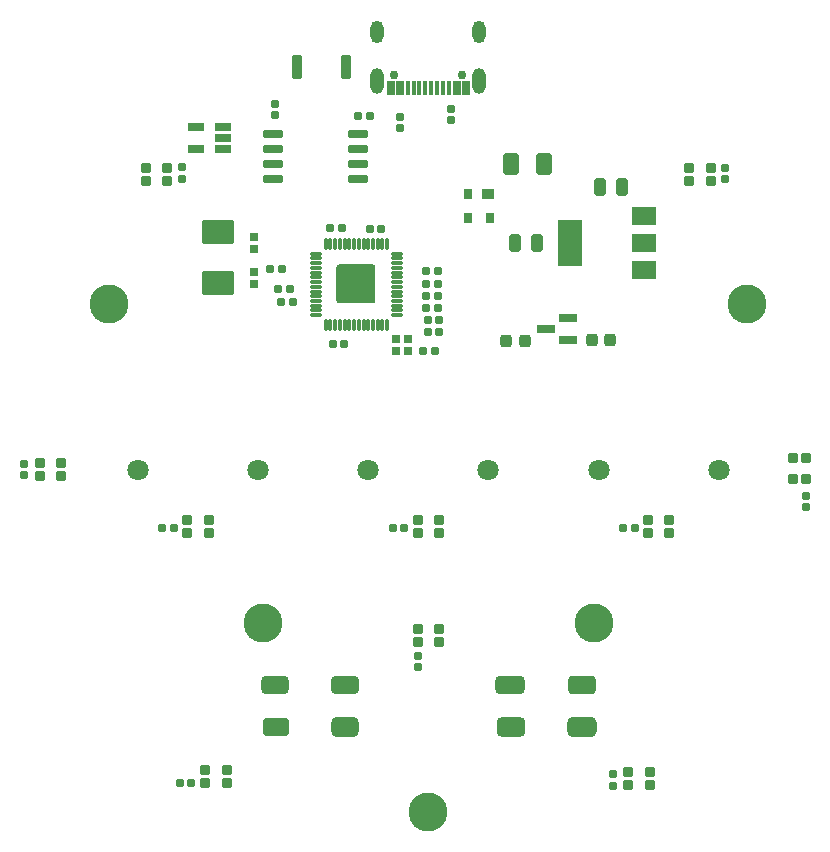
<source format=gbr>
%TF.GenerationSoftware,KiCad,Pcbnew,(7.0.0-0)*%
%TF.CreationDate,2023-03-07T01:41:50-06:00*%
%TF.ProjectId,RP2040_minimal,52503230-3430-45f6-9d69-6e696d616c2e,REV1*%
%TF.SameCoordinates,Original*%
%TF.FileFunction,Soldermask,Top*%
%TF.FilePolarity,Negative*%
%FSLAX46Y46*%
G04 Gerber Fmt 4.6, Leading zero omitted, Abs format (unit mm)*
G04 Created by KiCad (PCBNEW (7.0.0-0)) date 2023-03-07 01:41:50*
%MOMM*%
%LPD*%
G01*
G04 APERTURE LIST*
G04 Aperture macros list*
%AMRoundRect*
0 Rectangle with rounded corners*
0 $1 Rounding radius*
0 $2 $3 $4 $5 $6 $7 $8 $9 X,Y pos of 4 corners*
0 Add a 4 corners polygon primitive as box body*
4,1,4,$2,$3,$4,$5,$6,$7,$8,$9,$2,$3,0*
0 Add four circle primitives for the rounded corners*
1,1,$1+$1,$2,$3*
1,1,$1+$1,$4,$5*
1,1,$1+$1,$6,$7*
1,1,$1+$1,$8,$9*
0 Add four rect primitives between the rounded corners*
20,1,$1+$1,$2,$3,$4,$5,0*
20,1,$1+$1,$4,$5,$6,$7,0*
20,1,$1+$1,$6,$7,$8,$9,0*
20,1,$1+$1,$8,$9,$2,$3,0*%
G04 Aperture macros list end*
%ADD10C,1.802000*%
%ADD11RoundRect,0.051000X0.350000X0.350000X-0.350000X0.350000X-0.350000X-0.350000X0.350000X-0.350000X0*%
%ADD12RoundRect,0.191000X0.140000X0.170000X-0.140000X0.170000X-0.140000X-0.170000X0.140000X-0.170000X0*%
%ADD13RoundRect,0.421000X-0.835000X-0.370000X0.835000X-0.370000X0.835000X0.370000X-0.835000X0.370000X0*%
%ADD14RoundRect,0.426000X-0.777500X-0.375000X0.777500X-0.375000X0.777500X0.375000X-0.777500X0.375000X0*%
%ADD15RoundRect,0.441000X-0.782500X-0.390000X0.782500X-0.390000X0.782500X0.390000X-0.782500X0.390000X0*%
%ADD16RoundRect,0.456000X-0.782500X-0.405000X0.782500X-0.405000X0.782500X0.405000X-0.782500X0.405000X0*%
%ADD17RoundRect,0.461000X-0.702500X-0.410000X0.702500X-0.410000X0.702500X0.410000X-0.702500X0.410000X0*%
%ADD18RoundRect,0.426000X-0.707500X-0.375000X0.707500X-0.375000X0.707500X0.375000X-0.707500X0.375000X0*%
%ADD19RoundRect,0.418500X-0.775000X-0.367500X0.775000X-0.367500X0.775000X0.367500X-0.775000X0.367500X0*%
%ADD20RoundRect,0.418500X-0.762500X-0.367500X0.762500X-0.367500X0.762500X0.367500X-0.762500X0.367500X0*%
%ADD21RoundRect,0.201000X0.512500X0.150000X-0.512500X0.150000X-0.512500X-0.150000X0.512500X-0.150000X0*%
%ADD22RoundRect,0.191000X-0.170000X0.140000X-0.170000X-0.140000X0.170000X-0.140000X0.170000X0.140000X0*%
%ADD23RoundRect,0.294750X0.243750X0.456250X-0.243750X0.456250X-0.243750X-0.456250X0.243750X-0.456250X0*%
%ADD24RoundRect,0.198500X-0.147500X-0.172500X0.147500X-0.172500X0.147500X0.172500X-0.147500X0.172500X0*%
%ADD25RoundRect,0.198500X0.147500X0.172500X-0.147500X0.172500X-0.147500X-0.172500X0.147500X-0.172500X0*%
%ADD26RoundRect,0.051000X1.000000X0.750000X-1.000000X0.750000X-1.000000X-0.750000X1.000000X-0.750000X0*%
%ADD27RoundRect,0.051000X1.000000X1.900000X-1.000000X1.900000X-1.000000X-1.900000X1.000000X-1.900000X0*%
%ADD28RoundRect,0.201000X-0.650000X-0.150000X0.650000X-0.150000X0.650000X0.150000X-0.650000X0.150000X0*%
%ADD29RoundRect,0.198500X-0.172500X0.147500X-0.172500X-0.147500X0.172500X-0.147500X0.172500X0.147500X0*%
%ADD30RoundRect,0.195000X-1.456000X1.456000X-1.456000X-1.456000X1.456000X-1.456000X1.456000X1.456000X0*%
%ADD31RoundRect,0.101000X-0.387500X0.050000X-0.387500X-0.050000X0.387500X-0.050000X0.387500X0.050000X0*%
%ADD32RoundRect,0.101000X-0.050000X0.387500X-0.050000X-0.387500X0.050000X-0.387500X0.050000X0.387500X0*%
%ADD33RoundRect,0.198500X0.172500X-0.147500X0.172500X0.147500X-0.172500X0.147500X-0.172500X-0.147500X0*%
%ADD34RoundRect,0.051000X-1.300000X0.950000X-1.300000X-0.950000X1.300000X-0.950000X1.300000X0.950000X0*%
%ADD35RoundRect,0.251000X0.200000X0.800000X-0.200000X0.800000X-0.200000X-0.800000X0.200000X-0.800000X0*%
%ADD36RoundRect,0.276000X0.225000X0.250000X-0.225000X0.250000X-0.225000X-0.250000X0.225000X-0.250000X0*%
%ADD37RoundRect,0.191000X0.170000X-0.140000X0.170000X0.140000X-0.170000X0.140000X-0.170000X-0.140000X0*%
%ADD38C,3.302000*%
%ADD39C,0.752000*%
%ADD40RoundRect,0.051000X0.300000X0.575000X-0.300000X0.575000X-0.300000X-0.575000X0.300000X-0.575000X0*%
%ADD41RoundRect,0.051000X0.150000X0.575000X-0.150000X0.575000X-0.150000X-0.575000X0.150000X-0.575000X0*%
%ADD42O,1.102000X2.202000*%
%ADD43O,1.102000X1.902000*%
%ADD44RoundRect,0.050000X0.300000X0.350000X-0.300000X0.350000X-0.300000X-0.350000X0.300000X-0.350000X0*%
%ADD45RoundRect,0.050000X0.500000X0.350000X-0.500000X0.350000X-0.500000X-0.350000X0.500000X-0.350000X0*%
%ADD46RoundRect,0.201000X0.587500X0.150000X-0.587500X0.150000X-0.587500X-0.150000X0.587500X-0.150000X0*%
%ADD47RoundRect,0.051000X-0.350000X-0.350000X0.350000X-0.350000X0.350000X0.350000X-0.350000X0.350000X0*%
%ADD48RoundRect,0.051000X-0.350000X0.350000X-0.350000X-0.350000X0.350000X-0.350000X0.350000X0.350000X0*%
%ADD49RoundRect,0.301000X-0.375000X-0.625000X0.375000X-0.625000X0.375000X0.625000X-0.375000X0.625000X0*%
G04 APERTURE END LIST*
D10*
%TO.C,REF\u002A\u002A*%
X-14420000Y0D03*
X-24580000Y0D03*
%TD*%
%TO.C,REF\u002A\u002A*%
X14420000Y0D03*
X24580000Y0D03*
%TD*%
%TO.C,REF\u002A\u002A*%
X5080000Y0D03*
X-5080000Y0D03*
%TD*%
D11*
%TO.C,D10*%
X20415000Y-5400000D03*
X20415000Y-4300000D03*
X18585000Y-4300000D03*
X18585000Y-5400000D03*
%TD*%
%TO.C,D9*%
X915000Y-5400000D03*
X915000Y-4300000D03*
X-915000Y-4300000D03*
X-915000Y-5400000D03*
%TD*%
%TO.C,D8*%
X-20415000Y-5400000D03*
X-20415000Y-4300000D03*
X-18585000Y-4300000D03*
X-18585000Y-5400000D03*
%TD*%
D12*
%TO.C,C30*%
X16500000Y-4950000D03*
X17460000Y-4950000D03*
%TD*%
%TO.C,C29*%
X-2040000Y-4900000D03*
X-3000000Y-4900000D03*
%TD*%
%TO.C,C28*%
X-22520000Y-4950000D03*
X-21560000Y-4950000D03*
%TD*%
D13*
%TO.C,SW3*%
X6945000Y-18260000D03*
D14*
X12977500Y-18250000D03*
D15*
X7002500Y-21780000D03*
D16*
X13012500Y-21810000D03*
%TD*%
D17*
%TO.C,SW2*%
X-7062500Y-21820000D03*
D18*
X-12907500Y-21750000D03*
D19*
X-7032500Y-18265000D03*
D20*
X-12980000Y-18265000D03*
%TD*%
D21*
%TO.C,Q1*%
X-17362500Y27110000D03*
X-17362500Y28060000D03*
X-17362500Y29010000D03*
X-19637500Y29010000D03*
X-19637500Y27110000D03*
%TD*%
D22*
%TO.C,C27*%
X25110000Y25540000D03*
X25110000Y24580000D03*
%TD*%
%TO.C,C24*%
X-860000Y-15770000D03*
X-860000Y-16730000D03*
%TD*%
D23*
%TO.C,C2*%
X9207500Y19210000D03*
X7332500Y19210000D03*
%TD*%
D24*
%TO.C,C12*%
X925000Y11682500D03*
X-45000Y11682500D03*
%TD*%
%TO.C,C11*%
X925000Y12682500D03*
X-45000Y12682500D03*
%TD*%
D25*
%TO.C,C8*%
X-7115000Y10635000D03*
X-8085000Y10635000D03*
%TD*%
D26*
%TO.C,U1*%
X18280000Y16880000D03*
X18280000Y19180000D03*
D27*
X11980000Y19180000D03*
D26*
X18280000Y21480000D03*
%TD*%
D28*
%TO.C,U4*%
X-5955000Y28412500D03*
X-5955000Y27142500D03*
X-5955000Y25872500D03*
X-5955000Y24602500D03*
X-13155000Y24602500D03*
X-13155000Y25872500D03*
X-13155000Y27142500D03*
X-13155000Y28412500D03*
%TD*%
D29*
%TO.C,C17*%
X-14792519Y16724000D03*
X-14792519Y15754000D03*
%TD*%
D24*
%TO.C,C5*%
X810000Y15715000D03*
X-160000Y15715000D03*
%TD*%
D25*
%TO.C,C7*%
X-3992500Y20402500D03*
X-4962500Y20402500D03*
%TD*%
%TO.C,C10*%
X-12710000Y15279000D03*
X-11740000Y15279000D03*
%TD*%
%TO.C,R5*%
X-159124Y14697500D03*
X810876Y14697500D03*
%TD*%
%TO.C,C4*%
X-12470000Y14172500D03*
X-11500000Y14172500D03*
%TD*%
D23*
%TO.C,C1*%
X16387500Y23940000D03*
X14512500Y23940000D03*
%TD*%
D25*
%TO.C,C6*%
X-7342500Y20432500D03*
X-8312500Y20432500D03*
%TD*%
D30*
%TO.C,U5*%
X-6085000Y15685000D03*
D31*
X-2647500Y18285000D03*
X-2647500Y17885000D03*
X-2647500Y17485000D03*
X-2647500Y17085000D03*
X-2647500Y16685000D03*
X-2647500Y16285000D03*
X-2647500Y15885000D03*
X-2647500Y15485000D03*
X-2647500Y15085000D03*
X-2647500Y14685000D03*
X-2647500Y14285000D03*
X-2647500Y13885000D03*
X-2647500Y13485000D03*
X-2647500Y13085000D03*
D32*
X-3485000Y12247500D03*
X-3885000Y12247500D03*
X-4285000Y12247500D03*
X-4685000Y12247500D03*
X-5085000Y12247500D03*
X-5485000Y12247500D03*
X-5885000Y12247500D03*
X-6285000Y12247500D03*
X-6685000Y12247500D03*
X-7085000Y12247500D03*
X-7485000Y12247500D03*
X-7885000Y12247500D03*
X-8285000Y12247500D03*
X-8685000Y12247500D03*
D31*
X-9522500Y13085000D03*
X-9522500Y13485000D03*
X-9522500Y13885000D03*
X-9522500Y14285000D03*
X-9522500Y14685000D03*
X-9522500Y15085000D03*
X-9522500Y15485000D03*
X-9522500Y15885000D03*
X-9522500Y16285000D03*
X-9522500Y16685000D03*
X-9522500Y17085000D03*
X-9522500Y17485000D03*
X-9522500Y17885000D03*
X-9522500Y18285000D03*
D32*
X-8685000Y19122500D03*
X-8285000Y19122500D03*
X-7885000Y19122500D03*
X-7485000Y19122500D03*
X-7085000Y19122500D03*
X-6685000Y19122500D03*
X-6285000Y19122500D03*
X-5885000Y19122500D03*
X-5485000Y19122500D03*
X-5085000Y19122500D03*
X-4685000Y19122500D03*
X-4285000Y19122500D03*
X-3885000Y19122500D03*
X-3485000Y19122500D03*
%TD*%
D33*
%TO.C,C16*%
X-14792519Y18724000D03*
X-14792519Y19694000D03*
%TD*%
D25*
%TO.C,R6*%
X-159124Y13697500D03*
X810876Y13697500D03*
%TD*%
D24*
%TO.C,C3*%
X800000Y16795000D03*
X-170000Y16795000D03*
%TD*%
%TO.C,C15*%
X-4970000Y29907500D03*
X-5940000Y29907500D03*
%TD*%
D25*
%TO.C,R8*%
X-13392519Y17024000D03*
X-12422519Y17024000D03*
%TD*%
D34*
%TO.C,Y1*%
X-17816838Y15812500D03*
X-17816838Y20112500D03*
%TD*%
D22*
%TO.C,C26*%
X31960000Y-3160000D03*
X31960000Y-2200000D03*
%TD*%
D35*
%TO.C,SW1*%
X-11134338Y34077500D03*
X-6934338Y34077500D03*
%TD*%
D36*
%TO.C,R4*%
X8165000Y10920000D03*
X6615000Y10920000D03*
%TD*%
D37*
%TO.C,C25*%
X15620000Y-25790000D03*
X15620000Y-26750000D03*
%TD*%
D38*
%TO.C,H3*%
X0Y-29000000D03*
%TD*%
D39*
%TO.C,P1*%
X2890000Y33395000D03*
X-2890000Y33395000D03*
D40*
X3200000Y32320000D03*
X2400000Y32320000D03*
D41*
X1250000Y32320000D03*
X250000Y32320000D03*
X-250000Y32320000D03*
X-1250000Y32320000D03*
D40*
X-2400000Y32320000D03*
X-3200000Y32320000D03*
X-3200000Y32320000D03*
X-2400000Y32320000D03*
D41*
X-1750000Y32320000D03*
X-750000Y32320000D03*
X750000Y32320000D03*
X1750000Y32320000D03*
D40*
X2400000Y32320000D03*
X3200000Y32320000D03*
D42*
X4319999Y32894999D03*
D43*
X4319999Y37074999D03*
D42*
X-4319999Y32894999D03*
D43*
X-4319999Y37074999D03*
%TD*%
D11*
%TO.C,D2*%
X-31085000Y-550000D03*
X-31085000Y550000D03*
X-32915000Y550000D03*
X-32915000Y-550000D03*
%TD*%
D36*
%TO.C,R1*%
X15375000Y11020000D03*
X13825000Y11020000D03*
%TD*%
D22*
%TO.C,C21*%
X-20890000Y24650000D03*
X-20890000Y25610000D03*
%TD*%
D44*
%TO.C,U3*%
X5240000Y21335000D03*
X3340000Y21335000D03*
X3340000Y23335000D03*
D45*
X5040000Y23335000D03*
%TD*%
D37*
%TO.C,C22*%
X-34230000Y480000D03*
X-34230000Y-480000D03*
%TD*%
D11*
%TO.C,D5*%
X18745000Y-26660000D03*
X18745000Y-25560000D03*
X16915000Y-25560000D03*
X16915000Y-26660000D03*
%TD*%
D38*
%TO.C,H2*%
X-27000000Y14000000D03*
%TD*%
D46*
%TO.C,U2*%
X11805000Y10960000D03*
X11805000Y12860000D03*
X9930000Y11910000D03*
%TD*%
D22*
%TO.C,R2*%
X1949338Y30560000D03*
X1949338Y29600000D03*
%TD*%
D12*
%TO.C,C23*%
X-21032500Y-26485000D03*
X-20072500Y-26485000D03*
%TD*%
D47*
%TO.C,D7*%
X22085000Y25550000D03*
X22085000Y24450000D03*
X23915000Y24450000D03*
X23915000Y25550000D03*
%TD*%
D38*
%TO.C,REF\u002A\u002A*%
X-14000000Y-13000000D03*
%TD*%
D24*
%TO.C,C14*%
X-445000Y10050000D03*
X525000Y10050000D03*
%TD*%
D38*
%TO.C,H1*%
X27000000Y14000000D03*
%TD*%
D29*
%TO.C,C9*%
X-2775000Y10087500D03*
X-2775000Y11057500D03*
%TD*%
D11*
%TO.C,D3*%
X-17085000Y-26550000D03*
X-17085000Y-25450000D03*
X-18915000Y-25450000D03*
X-18915000Y-26550000D03*
%TD*%
D29*
%TO.C,C13*%
X-1745000Y10087500D03*
X-1745000Y11057500D03*
%TD*%
D47*
%TO.C,D1*%
X-23915000Y25550000D03*
X-23915000Y24450000D03*
X-22085000Y24450000D03*
X-22085000Y25550000D03*
%TD*%
D22*
%TO.C,R3*%
X-2430000Y29880000D03*
X-2430000Y28920000D03*
%TD*%
D38*
%TO.C,REF\u002A\u002A*%
X14000000Y-13000000D03*
%TD*%
D48*
%TO.C,D6*%
X31950000Y1015000D03*
X30850000Y1015000D03*
X30850000Y-815000D03*
X31950000Y-815000D03*
%TD*%
D11*
%TO.C,D4*%
X915000Y-14550000D03*
X915000Y-13450000D03*
X-915000Y-13450000D03*
X-915000Y-14550000D03*
%TD*%
D22*
%TO.C,R7*%
X-12985000Y30037500D03*
X-12985000Y30997500D03*
%TD*%
D49*
%TO.C,F1*%
X7030000Y25840000D03*
X9830000Y25840000D03*
%TD*%
M02*

</source>
